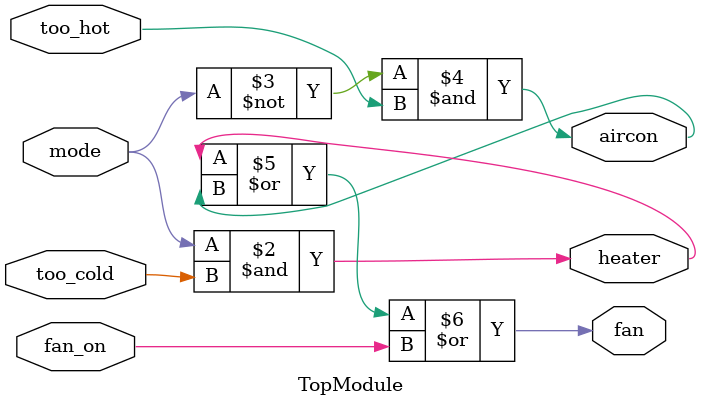
<source format=sv>

module TopModule (
  input mode,
  input too_cold,
  input too_hot,
  input fan_on,
  output heater,
  output aircon,
  output fan
);
always @(*) begin
    heater = mode & too_cold;
    aircon = ~mode & too_hot;
    fan = heater | aircon | fan_on;
end
endmodule

</source>
